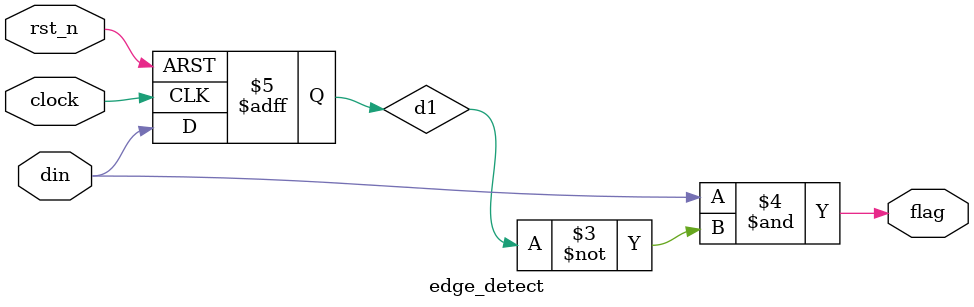
<source format=v>

module edge_detect (
  clock,
  rst_n,
  din,
  flag
);

  input             clock;
  input             rst_n;
  input             din;
  output            flag;

   //temp reg
  reg               d1;

  always @( posedge clock or negedge rst_n ) begin
    if(~rst_n) begin
        d1 <= 1'b0;
    end
    else begin
        d1 <= din;
    end
  end

   //detect rising edge 
  assign flag = ( din & ~d1 );
//     //detect falling edge 
//    assign flag = ( ~din & d1 );
//     //detect rising edge & falling edge method1
//    assign flag = ( din & ~d1 ) | ( ~din & d1 );
//     //detect rising edge & falling edge method2
//    assign flag = ( din ^ d1 );

endmodule

</source>
